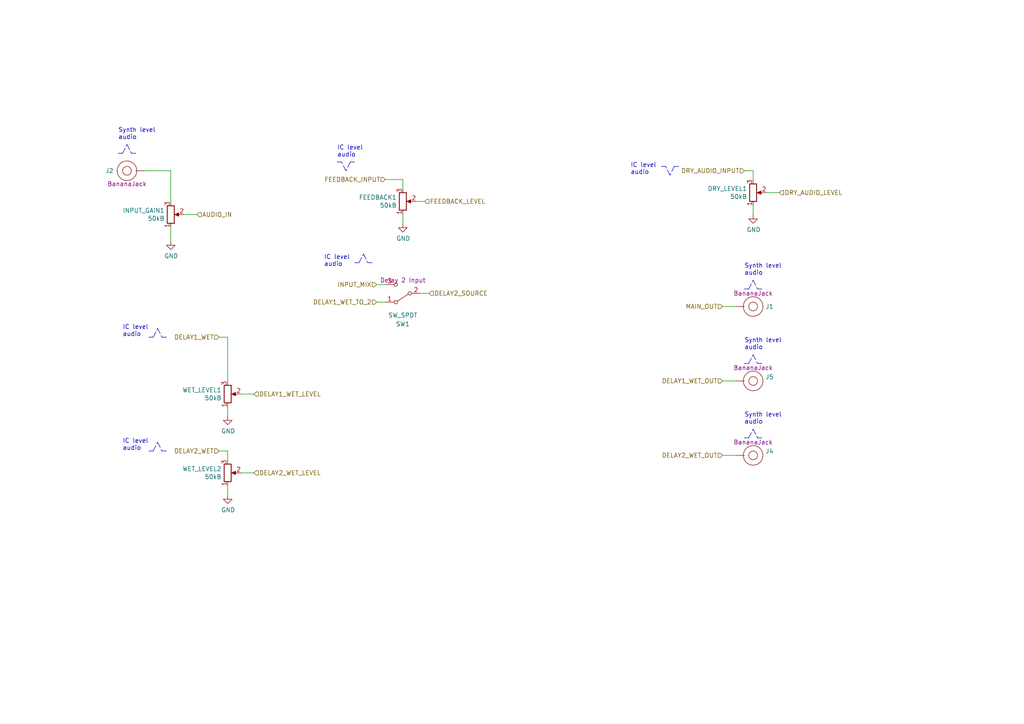
<source format=kicad_sch>
(kicad_sch (version 20211123) (generator eeschema)
  (paper "A4")
  (title_block (title "Dual PT2399 Digi Delay") (date "2022-03-04") (rev "v05") (comment 2 "creativecommons.org/licenses/by/4.0/") (comment 3 "License: CC BY 4.0") (comment 4 "Author: Guy John"))
  (lib_symbols
    (symbol "BananaJacks:BananaJack_PanelMount" (pin_numbers hide) (pin_names (offset 1.016))
      (property "Reference" "J" (at 0 3.81 0))
      (property "Note" "BananaJack" (at 0 -3.81 0))
      (symbol "BananaJack_PanelMount_0_1"
        (circle (center 0 0) (radius 1.27))
        (circle (center 0 0) (radius 2.8448))
      )
      (symbol "BananaJack_PanelMount_1_1"
        (pin bidirectional line (at 5.08 0 180) (length 2.54) (name "~") (number "1"))
      )
    )
    (symbol "Device:R_Potentiometer" (pin_names (offset 1.016) hide)
      (property "Reference" "RV" (at -4.445 0 90))
      (property "Value" "R_Potentiometer" (at -2.54 0 90))
      (symbol "R_Potentiometer_0_1"
        (polyline (pts (xy 2.54 0) (xy 1.524 0)))
        (polyline (pts (xy 1.143 0) (xy 2.286 0.508) (xy 2.286 -0.508) (xy 1.143 0)) (fill (type outline)))
        (rectangle (start 1.016 2.54) (end -1.016 -2.54) (stroke (width 0.254)))
      )
      (symbol "R_Potentiometer_1_1"
        (pin passive line (at 0 3.81 270) (length 1.27) (name "1") (number "1"))
        (pin passive line (at 3.81 0 180) (length 1.27) (name "2") (number "2"))
        (pin passive line (at 0 -3.81 90) (length 1.27) (name "3") (number "3"))
      )
    )
    (symbol "Switch:SW_SPDT" (pin_names (offset 0) hide)
      (property "Reference" "SW" (at 0 4.318 0))
      (property "Value" "SW_SPDT" (at 0 -5.08 0))
      (symbol "SW_SPDT_0_0"
        (circle (center -2.032 0) (radius 0.508))
        (circle (center 2.032 -2.54) (radius 0.508))
      )
      (symbol "SW_SPDT_0_1"
        (polyline (pts (xy -1.524 0.254) (xy 1.651 2.286)))
        (circle (center 2.032 2.54) (radius 0.508))
      )
      (symbol "SW_SPDT_1_1"
        (pin passive line (at 5.08 2.54 180) (length 2.54) (name "A") (number "1"))
        (pin passive line (at -5.08 0 0) (length 2.54) (name "B") (number "2"))
        (pin passive line (at 5.08 -2.54 180) (length 2.54) (name "C") (number "3"))
      )
    )
    (symbol "power:GND" (power) (pin_names (offset 0))
      (property "Value" "GND" (at 0 -3.81 0))
      (symbol "GND_0_1"
        (polyline (pts (xy 0 0) (xy 0 -1.27) (xy 1.27 -1.27) (xy 0 -2.54) (xy -1.27 -1.27) (xy 0 -1.27)))
      )
      (symbol "GND_1_1"
        (pin power_in line (at 0 0 270) (length 0) hide (name "GND") (number "1"))
      )
    )
  )
  (wire (pts (xy 218.44 59.69) (xy 218.44 62.23)))
  (polyline (pts (xy 217.17 83.82) (xy 218.44 81.28)))
  (wire (pts (xy 222.25 55.88) (xy 226.06 55.88)))
  (polyline (pts (xy 195.58 48.26) (xy 194.31 50.8)))
  (polyline (pts (xy 218.44 81.28) (xy 219.71 83.82)))
  (polyline (pts (xy 105.41 73.66) (xy 106.68 76.2)))
  (wire (pts (xy 121.92 85.09) (xy 124.46 85.09)))
  (polyline (pts (xy 219.71 105.41) (xy 220.98 105.41)))
  (wire (pts (xy 66.04 130.81) (xy 66.04 133.35)))
  (polyline (pts (xy 102.87 46.99) (xy 101.6 46.99)))
  (polyline (pts (xy 218.44 102.87) (xy 219.71 105.41)))
  (polyline (pts (xy 217.17 105.41) (xy 218.44 102.87)))
  (wire (pts (xy 63.5 97.79) (xy 66.04 97.79)))
  (wire (pts (xy 209.55 88.9) (xy 213.36 88.9)))
  (polyline (pts (xy 215.9 83.82) (xy 217.17 83.82)))
  (polyline (pts (xy 45.72 95.25) (xy 46.99 97.79)))
  (polyline (pts (xy 100.33 49.53) (xy 99.06 46.99)))
  (wire (pts (xy 66.04 118.11) (xy 66.04 120.65)))
  (polyline (pts (xy 194.31 50.8) (xy 193.04 48.26)))
  (polyline (pts (xy 196.85 48.26) (xy 195.58 48.26)))
  (polyline (pts (xy 104.14 76.2) (xy 105.41 73.66)))
  (polyline (pts (xy 193.04 48.26) (xy 191.77 48.26)))
  (wire (pts (xy 69.85 114.3) (xy 73.66 114.3)))
  (polyline (pts (xy 215.9 127) (xy 217.17 127)))
  (polyline (pts (xy 45.72 128.27) (xy 46.99 130.81)))
  (wire (pts (xy 218.44 49.53) (xy 218.44 52.07)))
  (polyline (pts (xy 97.79 46.99) (xy 99.06 46.99)))
  (polyline (pts (xy 101.6 46.99) (xy 100.33 49.53)))
  (wire (pts (xy 69.85 137.16) (xy 73.66 137.16)))
  (wire (pts (xy 120.65 58.42) (xy 123.19 58.42)))
  (polyline (pts (xy 219.71 127) (xy 220.98 127)))
  (wire (pts (xy 209.55 110.49) (xy 213.36 110.49)))
  (wire (pts (xy 111.76 87.63) (xy 109.22 87.63)))
  (polyline (pts (xy 35.56 44.45) (xy 36.83 41.91)))
  (polyline (pts (xy 102.87 76.2) (xy 104.14 76.2)))
  (polyline (pts (xy 34.29 44.45) (xy 35.56 44.45)))
  (wire (pts (xy 209.55 132.08) (xy 213.36 132.08)))
  (wire (pts (xy 53.34 62.23) (xy 57.15 62.23)))
  (polyline (pts (xy 46.99 97.79) (xy 48.26 97.79)))
  (polyline (pts (xy 218.44 124.46) (xy 219.71 127)))
  (polyline (pts (xy 43.18 130.81) (xy 44.45 130.81)))
  (wire (pts (xy 49.53 69.85) (xy 49.53 66.04)))
  (wire (pts (xy 49.53 49.53) (xy 49.53 58.42)))
  (polyline (pts (xy 217.17 127) (xy 218.44 124.46)))
  (polyline (pts (xy 219.71 83.82) (xy 220.98 83.82)))
  (wire (pts (xy 215.9 49.53) (xy 218.44 49.53)))
  (wire (pts (xy 109.22 82.55) (xy 111.76 82.55)))
  (polyline (pts (xy 36.83 41.91) (xy 38.1 44.45)))
  (polyline (pts (xy 38.1 44.45) (xy 39.37 44.45)))
  (wire (pts (xy 116.84 62.23) (xy 116.84 64.77)))
  (wire (pts (xy 41.91 49.53) (xy 49.53 49.53)))
  (wire (pts (xy 116.84 52.07) (xy 116.84 54.61)))
  (polyline (pts (xy 215.9 105.41) (xy 217.17 105.41)))
  (wire (pts (xy 63.5 130.81) (xy 66.04 130.81)))
  (polyline (pts (xy 44.45 130.81) (xy 45.72 128.27)))
  (polyline (pts (xy 44.45 97.79) (xy 45.72 95.25)))
  (polyline (pts (xy 46.99 130.81) (xy 48.26 130.81)))
  (polyline (pts (xy 106.68 76.2) (xy 107.95 76.2)))
  (polyline (pts (xy 43.18 97.79) (xy 44.45 97.79)))
  (wire (pts (xy 111.76 52.07) (xy 116.84 52.07)))
  (wire (pts (xy 66.04 140.97) (xy 66.04 143.51)))
  (wire (pts (xy 66.04 97.79) (xy 66.04 110.49)))
  (text "IC level\naudio" (at 35.56 97.79 0) (effects (font (size 1.27 1.27)) (justify left bottom)))
  (text "Synth level\naudio" (at 34.29 40.64 0) (effects (font (size 1.27 1.27)) (justify left bottom)))
  (text "IC level\naudio" (at 182.88 50.8 0) (effects (font (size 1.27 1.27)) (justify left bottom)))
  (text "IC level\naudio" (at 97.79 45.72 0) (effects (font (size 1.27 1.27)) (justify left bottom)))
  (text "Synth level\naudio" (at 215.9 123.19 0) (effects (font (size 1.27 1.27)) (justify left bottom)))
  (text "IC level\naudio" (at 35.56 130.81 0) (effects (font (size 1.27 1.27)) (justify left bottom)))
  (text "Synth level\naudio" (at 215.9 80.01 0) (effects (font (size 1.27 1.27)) (justify left bottom)))
  (text "IC level\naudio" (at 93.98 77.47 0) (effects (font (size 1.27 1.27)) (justify left bottom)))
  (text "Synth level\naudio" (at 215.9 101.6 0) (effects (font (size 1.27 1.27)) (justify left bottom)))
  (hierarchical_label "DELAY1_WET" (shape input) (at 63.5 97.79 180))
  (hierarchical_label "DELAY2_WET" (shape input) (at 63.5 130.81 180))
  (hierarchical_label "MAIN_OUT" (shape input) (at 209.55 88.9 180))
  (hierarchical_label "DELAY1_WET_LEVEL" (shape input) (at 73.66 114.3 0))
  (hierarchical_label "FEEDBACK_LEVEL" (shape input) (at 123.19 58.42 0))
  (hierarchical_label "FEEDBACK_INPUT" (shape input) (at 111.76 52.07 180))
  (hierarchical_label "DRY_AUDIO_LEVEL" (shape input) (at 226.06 55.88 0))
  (hierarchical_label "INPUT_MIX" (shape input) (at 109.22 82.55 180))
  (hierarchical_label "DRY_AUDIO_INPUT" (shape input) (at 215.9 49.53 180))
  (hierarchical_label "AUDIO_IN" (shape input) (at 57.15 62.23 0))
  (hierarchical_label "DELAY2_SOURCE" (shape input) (at 124.46 85.09 0))
  (hierarchical_label "DELAY1_WET_OUT" (shape input) (at 209.55 110.49 180))
  (hierarchical_label "DELAY2_WET_OUT" (shape input) (at 209.55 132.08 180))
  (hierarchical_label "DELAY1_WET_TO_2" (shape input) (at 109.22 87.63 180))
  (hierarchical_label "DELAY2_WET_LEVEL" (shape input) (at 73.66 137.16 0))
  (symbol (lib_id "Device:R_Potentiometer") (at 49.53 62.23 0) (mirror x) (unit 1)
    (property "Reference" "INPUT_GAIN1" (at 47.752 61.0616 0) (effects (justify right)))
    (property "Value" "50kB" (at 47.752 63.373 0) (effects (justify right)))
    (property "Footprint" "Rumblesan_Footprints:Potentiometer_Alpha_RD901F-40-00D_Single_Vertical_CircularHoles" (effects hide))
    (property "Vendor" "Thonk" (effects hide))
  )
  (symbol (lib_id "BananaJacks:BananaJack_PanelMount") (at 36.83 49.53 0) (unit 1)
    (property "Reference" "J2" (at 31.75 49.53 0))
    (property "Value" "BananaJack_PanelMount" (effects hide))
    (property "Footprint" "Rumblesan_Footprints:BananaJack_THT_JohnsonCinch_108-09" (effects hide))
    (property "Vendor" "Mouser" (effects hide))
    (property "SKU" "108-0901-1" (effects hide))
    (property "Note" "BananaJack" (at 36.83 53.34 0))
  )
  (symbol (lib_id "Device:R_Potentiometer") (at 116.84 58.42 0) (mirror x) (unit 1)
    (property "Reference" "FEEDBACK1" (at 115.062 57.2516 0) (effects (justify right)))
    (property "Value" "50kB" (at 115.062 59.563 0) (effects (justify right)))
    (property "Footprint" "Rumblesan_Footprints:Potentiometer_Alpha_RD901F-40-00D_Single_Vertical_CircularHoles" (effects hide))
    (property "Vendor" "Thonk" (effects hide))
  )
  (symbol (lib_id "Device:R_Potentiometer") (at 66.04 137.16 0) (mirror x) (unit 1)
    (property "Reference" "WET_LEVEL2" (at 64.262 135.9916 0) (effects (justify right)))
    (property "Value" "50kB" (at 64.262 138.303 0) (effects (justify right)))
    (property "Footprint" "Rumblesan_Footprints:Potentiometer_Alpha_RD901F-40-00D_Single_Vertical_CircularHoles" (effects hide))
    (property "Vendor" "Thonk" (effects hide))
  )
  (symbol (lib_id "Device:R_Potentiometer") (at 66.04 114.3 0) (mirror x) (unit 1)
    (property "Reference" "WET_LEVEL1" (at 64.262 113.1316 0) (effects (justify right)))
    (property "Value" "50kB" (at 64.262 115.443 0) (effects (justify right)))
    (property "Footprint" "Rumblesan_Footprints:Potentiometer_Alpha_RD901F-40-00D_Single_Vertical_CircularHoles" (effects hide))
    (property "Vendor" "Thonk" (effects hide))
  )
  (symbol (lib_id "Device:R_Potentiometer") (at 218.44 55.88 0) (mirror x) (unit 1)
    (property "Reference" "DRY_LEVEL1" (at 216.6874 54.7116 0) (effects (justify right)))
    (property "Value" "50kB" (at 216.6874 57.023 0) (effects (justify right)))
    (property "Footprint" "Rumblesan_Footprints:Potentiometer_Alpha_RD901F-40-00D_Single_Vertical_CircularHoles" (effects hide))
    (property "Vendor" "Thonk" (effects hide))
  )
  (symbol (lib_id "BananaJacks:BananaJack_PanelMount") (at 218.44 88.9 180) (unit 1)
    (property "Reference" "J1" (at 221.996 88.9 0) (effects (justify right)))
    (property "Value" "BananaJack_PanelMount" (effects hide))
    (property "Footprint" "Rumblesan_Footprints:BananaJack_THT_JohnsonCinch_108-09" (effects hide))
    (property "Vendor" "Mouser" (effects hide))
    (property "SKU" "108-0901-1" (effects hide))
    (property "Note" "BananaJack" (at 218.44 85.09 0))
  )
  (symbol (lib_id "Switch:SW_SPDT") (at 116.84 85.09 180) (unit 1)
    (property "Reference" "SW1" (at 116.84 93.98 0))
    (property "Value" "SW_SPDT" (at 116.84 91.44 0))
    (property "Footprint" "Rumblesan_Footprints:Toggle_Switch_100SP1T1B3M2QE" (effects hide))
    (property "Vendor" "Mouser" (effects hide))
    (property "SKU" "612-100SP1T1B3M2QEH" (effects hide))
    (property "Note" "Delay 2 Input" (at 116.84 81.28 0))
  )
  (symbol (lib_id "BananaJacks:BananaJack_PanelMount") (at 218.44 132.08 180) (unit 1)
    (property "Reference" "J4" (at 221.996 130.9116 0) (effects (justify right)))
    (property "Value" "BananaJack_PanelMount" (effects hide))
    (property "Footprint" "Rumblesan_Footprints:BananaJack_THT_JohnsonCinch_108-09" (effects hide))
    (property "SKU" "108-0901-1" (effects hide))
    (property "Vendor" "Mouser" (effects hide))
    (property "Note" "BananaJack" (at 218.44 128.27 0))
  )
  (symbol (lib_id "BananaJacks:BananaJack_PanelMount") (at 218.44 110.49 180) (unit 1)
    (property "Reference" "J5" (at 221.996 109.3216 0) (effects (justify right)))
    (property "Value" "BananaJack_PanelMount" (effects hide))
    (property "Footprint" "Rumblesan_Footprints:BananaJack_THT_JohnsonCinch_108-09" (effects hide))
    (property "Vendor" "Mouser" (effects hide))
    (property "SKU" "108-0901-1" (effects hide))
    (property "Note" "BananaJack" (at 218.44 106.68 0))
  )
  (symbol (lib_id "power:GND") (at 49.53 69.85 0) (unit 1)
    (property "Reference" "#PWR0105" (effects hide))
    (property "Value" "GND" (at 49.657 74.2442 0))
  )
  (symbol (lib_id "power:GND") (at 66.04 143.51 0) (unit 1)
    (property "Reference" "#PWR0108" (effects hide))
    (property "Value" "GND" (at 66.167 147.9042 0))
  )
  (symbol (lib_id "power:GND") (at 218.44 62.23 0) (unit 1)
    (property "Reference" "#PWR0102" (effects hide))
    (property "Value" "GND" (at 218.567 66.6242 0))
  )
  (symbol (lib_id "power:GND") (at 66.04 120.65 0) (unit 1)
    (property "Reference" "#PWR0107" (effects hide))
    (property "Value" "GND" (at 66.167 125.0442 0))
  )
  (symbol (lib_id "power:GND") (at 116.84 64.77 0) (unit 1)
    (property "Reference" "#PWR0106" (effects hide))
    (property "Value" "GND" (at 116.967 69.1642 0))
  )
)
</source>
